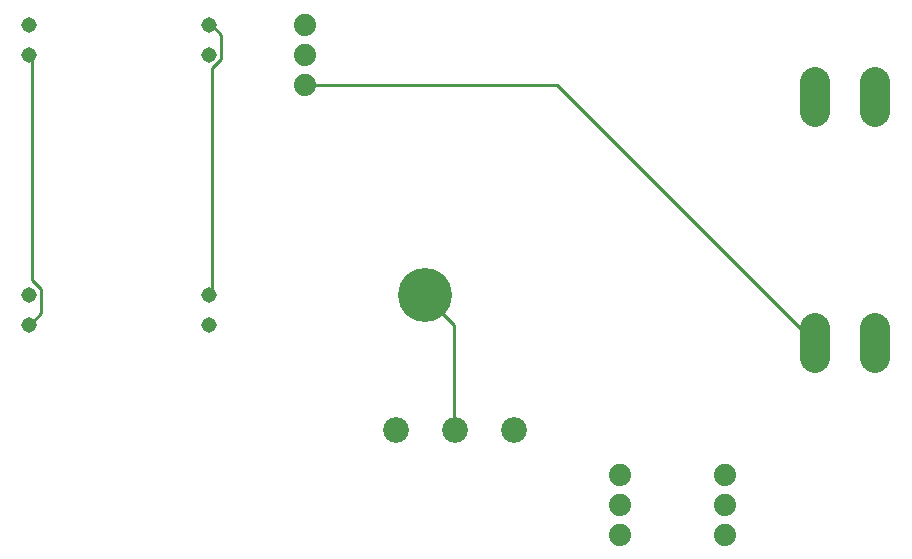
<source format=gbr>
G04 EAGLE Gerber RS-274X export*
G75*
%MOMM*%
%FSLAX34Y34*%
%LPD*%
%INBottom Copper*%
%IPPOS*%
%AMOC8*
5,1,8,0,0,1.08239X$1,22.5*%
G01*
%ADD10C,2.540000*%
%ADD11C,1.308000*%
%ADD12C,4.572000*%
%ADD13C,1.879600*%
%ADD14C,2.184400*%
%ADD15C,0.254000*%


D10*
X838200Y650240D02*
X838200Y675640D01*
X787400Y675640D02*
X787400Y650240D01*
X787400Y467360D02*
X787400Y441960D01*
X838200Y441960D02*
X838200Y467360D01*
D11*
X122000Y469900D03*
X122000Y495300D03*
X274400Y469900D03*
X274400Y495300D03*
X122000Y698500D03*
X122000Y723900D03*
X274400Y698500D03*
X274400Y723900D03*
D12*
X457200Y495300D03*
D13*
X711200Y292100D03*
X711200Y317500D03*
X711200Y342900D03*
X622300Y292100D03*
X622300Y317500D03*
X622300Y342900D03*
D14*
X432600Y381000D03*
X482600Y381000D03*
X532600Y381000D03*
D13*
X355600Y723900D03*
X355600Y698500D03*
X355600Y673100D03*
D15*
X276352Y686816D02*
X276352Y495808D01*
X276352Y686816D02*
X284480Y694944D01*
X284480Y715264D01*
X276352Y723392D01*
X276352Y495808D02*
X274400Y495300D01*
X276352Y723392D02*
X274400Y723900D01*
X123952Y696976D02*
X123952Y508000D01*
X132080Y499872D01*
X132080Y479552D01*
X123952Y471424D01*
X123952Y696976D02*
X122000Y698500D01*
X123952Y471424D02*
X122000Y469900D01*
X355600Y672592D02*
X568960Y672592D01*
X786384Y455168D01*
X355600Y672592D02*
X355600Y673100D01*
X786384Y455168D02*
X787400Y454660D01*
X481584Y469392D02*
X481584Y382016D01*
X481584Y469392D02*
X457200Y493776D01*
X481584Y382016D02*
X482600Y381000D01*
X457200Y493776D02*
X457200Y495300D01*
M02*

</source>
